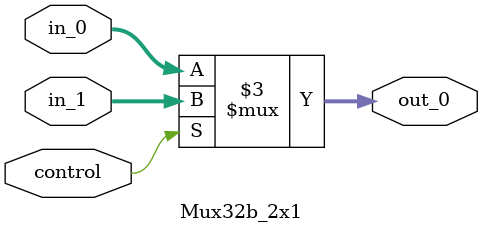
<source format=v>
`timescale 1ns / 1ps

module Mux32b_2x1(
    input [31:0]in_0,
    input [31:0]in_1,
    input control,
    output reg [31:0]out_0
    );
    
  always@(in_0,in_1,control)begin
    if(control)begin
        out_0 = in_1;
    end else begin
        out_0 = in_0;
    end
  end


endmodule

</source>
